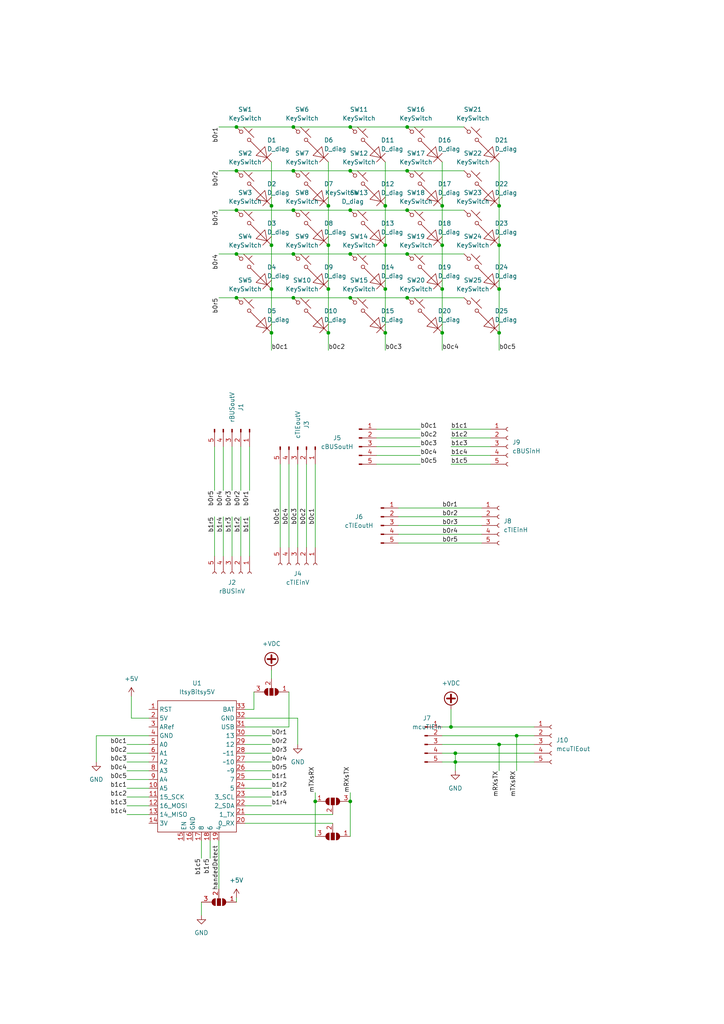
<source format=kicad_sch>
(kicad_sch (version 20211123) (generator eeschema)
  (paper "A4" portrait)
  (title_block (title "AAAAAAAAAAAAAAAAAAAAAAAAAaaaAAA") (comment 3 "Mech Fastenings") (comment 4 "TODO"))
  (lib_symbols
    (symbol "Connector:Conn_01x05_Female" (pin_names (offset 1.016) hide)
      (property "Reference" "J" (at 0 7.62 0))
      (property "Value" "Conn_01x05_Female" (at 0 -7.62 0))
      (symbol "Conn_01x05_Female_1_1"
        (arc (start 0 -4.572) (mid -0.508 -5.08) (end 0 -5.588) (stroke (width 0.1524)))
        (arc (start 0 -2.032) (mid -0.508 -2.54) (end 0 -3.048) (stroke (width 0.1524)))
        (polyline (pts (xy -1.27 -5.08) (xy -0.508 -5.08)) (stroke (width 0.1524)))
        (polyline (pts (xy -1.27 -2.54) (xy -0.508 -2.54)) (stroke (width 0.1524)))
        (polyline (pts (xy -1.27 0) (xy -0.508 0)) (stroke (width 0.1524)))
        (polyline (pts (xy -1.27 2.54) (xy -0.508 2.54)) (stroke (width 0.1524)))
        (polyline (pts (xy -1.27 5.08) (xy -0.508 5.08)) (stroke (width 0.1524)))
        (arc (start 0 0.508) (mid -0.508 0) (end 0 -0.508) (stroke (width 0.1524)))
        (arc (start 0 3.048) (mid -0.508 2.54) (end 0 2.032) (stroke (width 0.1524)))
        (arc (start 0 5.588) (mid -0.508 5.08) (end 0 4.572) (stroke (width 0.1524)))
        (pin passive line (at -5.08 5.08 0) (length 3.81) (name "Pin_1") (number "1"))
        (pin passive line (at -5.08 2.54 0) (length 3.81) (name "Pin_2") (number "2"))
        (pin passive line (at -5.08 0 0) (length 3.81) (name "Pin_3") (number "3"))
        (pin passive line (at -5.08 -2.54 0) (length 3.81) (name "Pin_4") (number "4"))
        (pin passive line (at -5.08 -5.08 0) (length 3.81) (name "Pin_5") (number "5"))
      )
    )
    (symbol "Connector:Conn_01x05_Male" (pin_names (offset 1.016) hide)
      (property "Reference" "J" (at 0 7.62 0))
      (property "Value" "Conn_01x05_Male" (at 0 -7.62 0))
      (symbol "Conn_01x05_Male_1_1"
        (polyline (pts (xy 1.27 -5.08) (xy 0.8636 -5.08)) (stroke (width 0.1524)))
        (polyline (pts (xy 1.27 -2.54) (xy 0.8636 -2.54)) (stroke (width 0.1524)))
        (polyline (pts (xy 1.27 0) (xy 0.8636 0)) (stroke (width 0.1524)))
        (polyline (pts (xy 1.27 2.54) (xy 0.8636 2.54)) (stroke (width 0.1524)))
        (polyline (pts (xy 1.27 5.08) (xy 0.8636 5.08)) (stroke (width 0.1524)))
        (rectangle (start 0.8636 -4.953) (end 0 -5.207) (stroke (width 0.1524)) (fill (type outline)))
        (rectangle (start 0.8636 -2.413) (end 0 -2.667) (stroke (width 0.1524)) (fill (type outline)))
        (rectangle (start 0.8636 0.127) (end 0 -0.127) (stroke (width 0.1524)) (fill (type outline)))
        (rectangle (start 0.8636 2.667) (end 0 2.413) (stroke (width 0.1524)) (fill (type outline)))
        (rectangle (start 0.8636 5.207) (end 0 4.953) (stroke (width 0.1524)) (fill (type outline)))
        (pin passive line (at 5.08 5.08 180) (length 3.81) (name "Pin_1") (number "1"))
        (pin passive line (at 5.08 2.54 180) (length 3.81) (name "Pin_2") (number "2"))
        (pin passive line (at 5.08 0 180) (length 3.81) (name "Pin_3") (number "3"))
        (pin passive line (at 5.08 -2.54 180) (length 3.81) (name "Pin_4") (number "4"))
        (pin passive line (at 5.08 -5.08 180) (length 3.81) (name "Pin_5") (number "5"))
      )
    )
    (symbol "Jumper:SolderJumper_3_Open" (pin_names (offset 0) hide)
      (property "Reference" "JP" (at -2.54 -2.54 0))
      (property "Value" "SolderJumper_3_Open" (at 0 2.794 0))
      (symbol "SolderJumper_3_Open_0_1"
        (arc (start -1.016 1.016) (mid -2.032 0) (end -1.016 -1.016))
        (arc (start -1.016 1.016) (mid -2.032 0) (end -1.016 -1.016) (fill (type outline)))
        (rectangle (start -0.508 1.016) (end 0.508 -1.016) (fill (type outline)))
        (polyline (pts (xy -2.54 0) (xy -2.032 0)))
        (polyline (pts (xy -1.016 1.016) (xy -1.016 -1.016)))
        (polyline (pts (xy 0 -1.27) (xy 0 -1.016)))
        (polyline (pts (xy 1.016 1.016) (xy 1.016 -1.016)))
        (polyline (pts (xy 2.54 0) (xy 2.032 0)))
        (arc (start 1.016 -1.016) (mid 2.032 0) (end 1.016 1.016))
        (arc (start 1.016 -1.016) (mid 2.032 0) (end 1.016 1.016) (fill (type outline)))
      )
      (symbol "SolderJumper_3_Open_1_1"
        (pin passive line (at -5.08 0 0) (length 2.54) (name "A") (number "1"))
        (pin passive line (at 0 -3.81 90) (length 2.54) (name "C") (number "2"))
        (pin passive line (at 5.08 0 180) (length 2.54) (name "B") (number "3"))
      )
    )
    (symbol "ProjectLibrary:D_diag"
      (property "Reference" "D" (at 5.08 0.635 0))
      (property "Value" "D_diag" (at 7.62 -1.27 0))
      (symbol "D_diag_0_1"
        (polyline (pts (xy 0 0) (xy 5.08 -5.08)))
        (polyline (pts (xy 2.54 -5.08) (xy 5.08 -2.54)))
        (polyline (pts (xy 3.175 -0.635) (xy 0.635 -3.175)))
        (polyline (pts (xy 3.175 -0.635) (xy 3.81 -3.81)))
        (polyline (pts (xy 3.81 -3.81) (xy 0.635 -3.175)))
      )
      (symbol "D_diag_1_1"
        (pin input line (at 0 0 180) (length 2.45) hide (name "") (number "1"))
        (pin output line (at 5.08 -5.08 0) (length 2.45) hide (name "") (number "2"))
      )
    )
    (symbol "ProjectLibrary:ItsyBitsy5V"
      (property "Reference" "U" (at 7.62 -2.54 0))
      (property "Value" "ItsyBitsy5V" (at 7.62 -20.32 90))
      (symbol "ItsyBitsy5V_0_1"
        (rectangle (start 0 0) (end 22.86 -38.1))
      )
      (symbol "ItsyBitsy5V_1_1"
        (pin bidirectional line (at -2.54 -2.54 0) (length 2.54) (name "RST") (number "1"))
        (pin bidirectional line (at -2.54 -25.4 0) (length 2.54) (name "A5") (number "10"))
        (pin bidirectional line (at -2.54 -27.94 0) (length 2.54) (name "15_SCK") (number "11"))
        (pin bidirectional line (at -2.54 -30.48 0) (length 2.54) (name "16_MOSI") (number "12"))
        (pin bidirectional line (at -2.54 -33.02 0) (length 2.54) (name "14_MISO") (number "13"))
        (pin power_out line (at -2.54 -35.56 0) (length 2.54) (name "3V") (number "14"))
        (pin input line (at 7.62 -40.64 90) (length 2.54) (name "EN") (number "15"))
        (pin power_out line (at 10.16 -40.64 90) (length 2.54) (name "GND") (number "16"))
        (pin bidirectional line (at 12.7 -40.64 90) (length 2.54) (name "8") (number "17"))
        (pin bidirectional line (at 15.24 -40.64 90) (length 2.54) (name "6") (number "18"))
        (pin bidirectional line (at 17.78 -40.64 90) (length 2.54) (name "4") (number "19"))
        (pin power_out line (at -2.54 -5.08 0) (length 2.54) (name "5V") (number "2"))
        (pin bidirectional line (at 25.4 -35.56 180) (length 2.54) (name "0_RX") (number "20"))
        (pin bidirectional line (at 25.4 -33.02 180) (length 2.54) (name "1_TX") (number "21"))
        (pin bidirectional line (at 25.4 -30.48 180) (length 2.54) (name "2_SDA") (number "22"))
        (pin bidirectional line (at 25.4 -27.94 180) (length 2.54) (name "3_SCL") (number "23"))
        (pin bidirectional line (at 25.4 -25.4 180) (length 2.54) (name "5") (number "24"))
        (pin bidirectional line (at 25.4 -22.86 180) (length 2.54) (name "7") (number "25"))
        (pin bidirectional line (at 25.4 -20.32 180) (length 2.54) (name "~9") (number "26"))
        (pin bidirectional line (at 25.4 -17.78 180) (length 2.54) (name "~10") (number "27"))
        (pin bidirectional line (at 25.4 -15.24 180) (length 2.54) (name "~11") (number "28"))
        (pin bidirectional line (at 25.4 -12.7 180) (length 2.54) (name "12") (number "29"))
        (pin output line (at -2.54 -7.62 0) (length 2.54) (name "ARef") (number "3"))
        (pin bidirectional line (at 25.4 -10.16 180) (length 2.54) (name "13") (number "30"))
        (pin power_out line (at 25.4 -7.62 180) (length 2.54) (name "USB") (number "31"))
        (pin power_out line (at 25.4 -5.08 180) (length 2.54) (name "GND") (number "32"))
        (pin power_in line (at 25.4 -2.54 180) (length 2.54) (name "BAT") (number "33"))
        (pin power_out line (at -2.54 -10.16 0) (length 2.54) (name "GND") (number "4"))
        (pin bidirectional line (at -2.54 -12.7 0) (length 2.54) (name "A0") (number "5"))
        (pin bidirectional line (at -2.54 -15.24 0) (length 2.54) (name "A1") (number "6"))
        (pin bidirectional line (at -2.54 -17.78 0) (length 2.54) (name "A2") (number "7"))
        (pin bidirectional line (at -2.54 -20.32 0) (length 2.54) (name "A3") (number "8"))
        (pin bidirectional line (at -2.54 -22.86 0) (length 2.54) (name "A4") (number "9"))
      )
    )
    (symbol "Switch:SW_Push_45deg" (pin_numbers hide) (pin_names (offset 1.016) hide)
      (property "Reference" "SW" (at 3.048 1.016 0))
      (property "Value" "SW_Push_45deg" (at 0 -3.81 0))
      (symbol "SW_Push_45deg_0_1"
        (circle (center -1.1684 1.1684) (radius 0.508))
        (polyline (pts (xy -0.508 2.54) (xy 2.54 -0.508)))
        (polyline (pts (xy 1.016 1.016) (xy 2.032 2.032)))
        (polyline (pts (xy -2.54 2.54) (xy -1.524 1.524) (xy -1.524 1.524)))
        (polyline (pts (xy 1.524 -1.524) (xy 2.54 -2.54) (xy 2.54 -2.54) (xy 2.54 -2.54)))
        (circle (center 1.143 -1.1938) (radius 0.508))
        (pin passive line (at -2.54 2.54 0) (length 0) (name "1") (number "1"))
        (pin passive line (at 2.54 -2.54 180) (length 0) (name "2") (number "2"))
      )
    )
    (symbol "power:+5V" (power) (pin_names (offset 0))
      (property "Value" "+5V" (at 0 3.556 0))
      (symbol "+5V_0_1"
        (polyline (pts (xy -0.762 1.27) (xy 0 2.54)))
        (polyline (pts (xy 0 0) (xy 0 2.54)))
        (polyline (pts (xy 0 2.54) (xy 0.762 1.27)))
      )
      (symbol "+5V_1_1"
        (pin power_in line (at 0 0 90) (length 0) hide (name "+5V") (number "1"))
      )
    )
    (symbol "power:+VDC" (power) (pin_names (offset 0))
      (property "Value" "+VDC" (at 0 6.35 0))
      (symbol "+VDC_0_1"
        (polyline (pts (xy -1.143 3.175) (xy 1.143 3.175)) (stroke (width 0.508)))
        (polyline (pts (xy 0 0) (xy 0 1.27)))
        (polyline (pts (xy 0 2.032) (xy 0 4.318)) (stroke (width 0.508)))
        (circle (center 0 3.175) (radius 1.905) (stroke (width 0.254)))
      )
      (symbol "+VDC_1_1"
        (pin power_in line (at 0 0 90) (length 0) hide (name "+VDC") (number "1"))
      )
    )
    (symbol "power:GND" (power) (pin_names (offset 0))
      (property "Value" "GND" (at 0 -3.81 0))
      (symbol "GND_0_1"
        (polyline (pts (xy 0 0) (xy 0 -1.27) (xy 1.27 -1.27) (xy 0 -2.54) (xy -1.27 -1.27) (xy 0 -1.27)))
      )
      (symbol "GND_1_1"
        (pin power_in line (at 0 0 270) (length 0) hide (name "GND") (number "1"))
      )
    )
  )
  (junction (at 78.74 83.82))
  (junction (at 68.58 49.53))
  (junction (at 144.78 215.9))
  (junction (at 68.58 86.36))
  (junction (at 101.6 36.83))
  (junction (at 118.11 49.53))
  (junction (at 144.78 59.69))
  (junction (at 95.25 59.69))
  (junction (at 78.74 96.52))
  (junction (at 85.09 73.66))
  (junction (at 78.74 59.69))
  (junction (at 132.08 220.98))
  (junction (at 85.09 49.53))
  (junction (at 68.58 36.83))
  (junction (at 68.58 60.96))
  (junction (at 101.6 60.96))
  (junction (at 132.08 218.44))
  (junction (at 78.74 71.12))
  (junction (at 111.76 83.82))
  (junction (at 111.76 59.69))
  (junction (at 91.44 232.41))
  (junction (at 118.11 36.83))
  (junction (at 111.76 96.52))
  (junction (at 118.11 86.36))
  (junction (at 130.81 210.82))
  (junction (at 128.27 71.12))
  (junction (at 144.78 83.82))
  (junction (at 101.6 73.66))
  (junction (at 118.11 73.66))
  (junction (at 144.78 96.52))
  (junction (at 149.86 213.36))
  (junction (at 101.6 49.53))
  (junction (at 95.25 96.52))
  (junction (at 101.6 232.41))
  (junction (at 85.09 60.96))
  (junction (at 128.27 96.52))
  (junction (at 85.09 86.36))
  (junction (at 128.27 59.69))
  (junction (at 85.09 36.83))
  (junction (at 144.78 71.12))
  (junction (at 111.76 71.12))
  (junction (at 128.27 83.82))
  (junction (at 68.58 73.66))
  (junction (at 118.11 60.96))
  (junction (at 95.25 71.12))
  (junction (at 101.6 86.36))
  (junction (at 95.25 83.82))
  (wire (pts (xy 144.78 215.9) (xy 144.78 223.52)))
  (wire (pts (xy 128.27 59.69) (xy 128.27 71.12)))
  (wire (pts (xy 86.36 208.28) (xy 71.12 208.28)))
  (wire (pts (xy 58.42 265.43) (xy 58.42 261.62)))
  (wire (pts (xy 64.77 129.54) (xy 64.77 142.24)))
  (wire (pts (xy 78.74 213.36) (xy 71.12 213.36)))
  (wire (pts (xy 78.74 223.52) (xy 71.12 223.52)))
  (wire (pts (xy 128.27 213.36) (xy 149.86 213.36)))
  (wire (pts (xy 71.12 236.22) (xy 96.52 236.22)))
  (wire (pts (xy 115.57 154.94) (xy 139.7 154.94)))
  (wire (pts (xy 72.39 129.54) (xy 72.39 142.24)))
  (wire (pts (xy 111.76 71.12) (xy 111.76 83.82)))
  (wire (pts (xy 144.78 46.99) (xy 144.78 59.69)))
  (wire (pts (xy 78.74 220.98) (xy 71.12 220.98)))
  (wire (pts (xy 62.23 149.86) (xy 62.23 161.29)))
  (wire (pts (xy 111.76 46.99) (xy 111.76 59.69)))
  (wire (pts (xy 43.18 213.36) (xy 27.94 213.36)))
  (wire (pts (xy 69.85 129.54) (xy 69.85 142.24)))
  (wire (pts (xy 43.18 208.28) (xy 38.1 208.28)))
  (wire (pts (xy 130.81 132.08) (xy 142.24 132.08)))
  (wire (pts (xy 101.6 36.83) (xy 118.11 36.83)))
  (wire (pts (xy 128.27 218.44) (xy 132.08 218.44)))
  (wire (pts (xy 68.58 49.53) (xy 85.09 49.53)))
  (wire (pts (xy 63.5 60.96) (xy 68.58 60.96)))
  (wire (pts (xy 88.9 134.62) (xy 88.9 158.75)))
  (wire (pts (xy 130.81 129.54) (xy 142.24 129.54)))
  (wire (pts (xy 132.08 218.44) (xy 154.94 218.44)))
  (wire (pts (xy 118.11 60.96) (xy 134.62 60.96)))
  (wire (pts (xy 101.6 73.66) (xy 118.11 73.66)))
  (wire (pts (xy 63.5 86.36) (xy 68.58 86.36)))
  (wire (pts (xy 60.96 243.84) (xy 60.96 248.92)))
  (wire (pts (xy 68.58 60.96) (xy 85.09 60.96)))
  (wire (pts (xy 67.31 129.54) (xy 67.31 142.24)))
  (wire (pts (xy 109.22 132.08) (xy 121.92 132.08)))
  (wire (pts (xy 91.44 134.62) (xy 91.44 158.75)))
  (wire (pts (xy 78.74 71.12) (xy 78.74 83.82)))
  (wire (pts (xy 27.94 213.36) (xy 27.94 220.98)))
  (wire (pts (xy 63.5 36.83) (xy 68.58 36.83)))
  (wire (pts (xy 144.78 96.52) (xy 144.78 101.6)))
  (wire (pts (xy 85.09 86.36) (xy 101.6 86.36)))
  (wire (pts (xy 86.36 134.62) (xy 86.36 158.75)))
  (wire (pts (xy 72.39 149.86) (xy 72.39 161.29)))
  (wire (pts (xy 36.83 220.98) (xy 43.18 220.98)))
  (wire (pts (xy 38.1 201.93) (xy 38.1 208.28)))
  (wire (pts (xy 128.27 71.12) (xy 128.27 83.82)))
  (wire (pts (xy 128.27 220.98) (xy 132.08 220.98)))
  (wire (pts (xy 36.83 215.9) (xy 43.18 215.9)))
  (wire (pts (xy 78.74 228.6) (xy 71.12 228.6)))
  (wire (pts (xy 78.74 194.31) (xy 78.74 196.85)))
  (wire (pts (xy 91.44 229.87) (xy 91.44 232.41)))
  (wire (pts (xy 130.81 134.62) (xy 142.24 134.62)))
  (wire (pts (xy 115.57 152.4) (xy 139.7 152.4)))
  (wire (pts (xy 101.6 86.36) (xy 118.11 86.36)))
  (wire (pts (xy 78.74 46.99) (xy 78.74 59.69)))
  (wire (pts (xy 109.22 129.54) (xy 121.92 129.54)))
  (wire (pts (xy 95.25 96.52) (xy 95.25 101.6)))
  (wire (pts (xy 115.57 147.32) (xy 139.7 147.32)))
  (wire (pts (xy 91.44 232.41) (xy 91.44 242.57)))
  (wire (pts (xy 111.76 96.52) (xy 111.76 101.6)))
  (wire (pts (xy 36.83 233.68) (xy 43.18 233.68)))
  (wire (pts (xy 83.82 134.62) (xy 83.82 158.75)))
  (wire (pts (xy 36.83 223.52) (xy 43.18 223.52)))
  (wire (pts (xy 81.28 134.62) (xy 81.28 158.75)))
  (wire (pts (xy 62.23 129.54) (xy 62.23 142.24)))
  (wire (pts (xy 130.81 210.82) (xy 154.94 210.82)))
  (wire (pts (xy 144.78 71.12) (xy 144.78 83.82)))
  (wire (pts (xy 118.11 86.36) (xy 134.62 86.36)))
  (wire (pts (xy 36.83 218.44) (xy 43.18 218.44)))
  (wire (pts (xy 78.74 233.68) (xy 71.12 233.68)))
  (wire (pts (xy 101.6 49.53) (xy 118.11 49.53)))
  (wire (pts (xy 63.5 73.66) (xy 68.58 73.66)))
  (wire (pts (xy 63.5 243.84) (xy 63.5 257.81)))
  (wire (pts (xy 71.12 205.74) (xy 73.66 205.74)))
  (wire (pts (xy 64.77 149.86) (xy 64.77 161.29)))
  (wire (pts (xy 109.22 127) (xy 121.92 127)))
  (wire (pts (xy 71.12 238.76) (xy 96.52 238.76)))
  (wire (pts (xy 67.31 149.86) (xy 67.31 161.29)))
  (wire (pts (xy 130.81 205.74) (xy 130.81 210.82)))
  (wire (pts (xy 128.27 215.9) (xy 144.78 215.9)))
  (wire (pts (xy 78.74 226.06) (xy 71.12 226.06)))
  (wire (pts (xy 144.78 83.82) (xy 144.78 96.52)))
  (wire (pts (xy 78.74 231.14) (xy 71.12 231.14)))
  (wire (pts (xy 118.11 49.53) (xy 134.62 49.53)))
  (wire (pts (xy 85.09 60.96) (xy 101.6 60.96)))
  (wire (pts (xy 128.27 46.99) (xy 128.27 59.69)))
  (wire (pts (xy 132.08 218.44) (xy 132.08 220.98)))
  (wire (pts (xy 36.83 228.6) (xy 43.18 228.6)))
  (wire (pts (xy 128.27 96.52) (xy 128.27 101.6)))
  (wire (pts (xy 115.57 149.86) (xy 139.7 149.86)))
  (wire (pts (xy 78.74 83.82) (xy 78.74 96.52)))
  (wire (pts (xy 69.85 149.86) (xy 69.85 161.29)))
  (wire (pts (xy 78.74 215.9) (xy 71.12 215.9)))
  (wire (pts (xy 86.36 208.28) (xy 86.36 215.9)))
  (wire (pts (xy 36.83 236.22) (xy 43.18 236.22)))
  (wire (pts (xy 149.86 213.36) (xy 154.94 213.36)))
  (wire (pts (xy 68.58 73.66) (xy 85.09 73.66)))
  (wire (pts (xy 36.83 231.14) (xy 43.18 231.14)))
  (wire (pts (xy 132.08 220.98) (xy 132.08 223.52)))
  (wire (pts (xy 115.57 157.48) (xy 139.7 157.48)))
  (wire (pts (xy 85.09 36.83) (xy 101.6 36.83)))
  (wire (pts (xy 68.58 260.35) (xy 68.58 261.62)))
  (wire (pts (xy 101.6 232.41) (xy 101.6 242.57)))
  (wire (pts (xy 63.5 49.53) (xy 68.58 49.53)))
  (wire (pts (xy 78.74 59.69) (xy 78.74 71.12)))
  (wire (pts (xy 109.22 124.46) (xy 121.92 124.46)))
  (wire (pts (xy 68.58 36.83) (xy 85.09 36.83)))
  (wire (pts (xy 101.6 60.96) (xy 118.11 60.96)))
  (wire (pts (xy 71.12 210.82) (xy 83.82 210.82)))
  (wire (pts (xy 95.25 83.82) (xy 95.25 96.52)))
  (wire (pts (xy 73.66 200.66) (xy 73.66 205.74)))
  (wire (pts (xy 111.76 83.82) (xy 111.76 96.52)))
  (wire (pts (xy 36.83 226.06) (xy 43.18 226.06)))
  (wire (pts (xy 78.74 96.52) (xy 78.74 101.6)))
  (wire (pts (xy 111.76 59.69) (xy 111.76 71.12)))
  (wire (pts (xy 144.78 59.69) (xy 144.78 71.12)))
  (wire (pts (xy 68.58 86.36) (xy 85.09 86.36)))
  (wire (pts (xy 128.27 210.82) (xy 130.81 210.82)))
  (wire (pts (xy 130.81 124.46) (xy 142.24 124.46)))
  (wire (pts (xy 78.74 218.44) (xy 71.12 218.44)))
  (wire (pts (xy 130.81 127) (xy 142.24 127)))
  (wire (pts (xy 132.08 220.98) (xy 154.94 220.98)))
  (wire (pts (xy 95.25 59.69) (xy 95.25 71.12)))
  (wire (pts (xy 109.22 134.62) (xy 121.92 134.62)))
  (wire (pts (xy 144.78 215.9) (xy 154.94 215.9)))
  (wire (pts (xy 149.86 213.36) (xy 149.86 223.52)))
  (wire (pts (xy 128.27 83.82) (xy 128.27 96.52)))
  (wire (pts (xy 118.11 36.83) (xy 134.62 36.83)))
  (wire (pts (xy 101.6 229.87) (xy 101.6 232.41)))
  (wire (pts (xy 85.09 49.53) (xy 101.6 49.53)))
  (wire (pts (xy 58.42 248.92) (xy 58.42 243.84)))
  (wire (pts (xy 85.09 73.66) (xy 101.6 73.66)))
  (wire (pts (xy 118.11 73.66) (xy 134.62 73.66)))
  (wire (pts (xy 95.25 71.12) (xy 95.25 83.82)))
  (wire (pts (xy 83.82 200.66) (xy 83.82 210.82)))
  (wire (pts (xy 95.25 46.99) (xy 95.25 59.69)))
  (label "b0c1" (at 121.92 124.46 0))
  (label "b0c2" (at 88.9 147.32 270))
  (label "b0c2" (at 121.92 127 0))
  (label "b0r1" (at 63.5 36.83 270))
  (label "b0c5" (at 144.78 101.6 0))
  (label "mTXsRX" (at 91.44 229.87 90))
  (label "b1c5" (at 130.81 134.62 0))
  (label "mTXsRX" (at 149.86 223.52 270))
  (label "b0r3" (at 78.74 218.44 0))
  (label "b1r5" (at 60.96 248.92 270))
  (label "b0r1" (at 72.39 142.24 270))
  (label "b0c4" (at 128.27 101.6 0))
  (label "b1c1" (at 130.81 124.46 0))
  (label "b1c4" (at 130.81 132.08 0))
  (label "b0r5" (at 63.5 86.36 270))
  (label "b0c5" (at 36.83 226.06 180))
  (label "b1r4" (at 64.77 149.86 270))
  (label "b1c5" (at 58.42 248.92 270))
  (label "mRXsTX" (at 144.78 223.52 270))
  (label "b0c3" (at 111.76 101.6 0))
  (label "b0r2" (at 69.85 142.24 270))
  (label "b0r3" (at 63.5 60.96 270))
  (label "b0c2" (at 95.25 101.6 0))
  (label "b1c4" (at 36.83 236.22 180))
  (label "b0r2" (at 63.5 49.53 270))
  (label "b0c3" (at 121.92 129.54 0))
  (label "b1r3" (at 67.31 149.86 270))
  (label "b0c2" (at 36.83 218.44 180))
  (label "b0c1" (at 78.74 101.6 0))
  (label "b1r2" (at 78.74 228.6 0))
  (label "b1r5" (at 62.23 149.86 270))
  (label "b0r3" (at 67.31 142.24 270))
  (label "b1r3" (at 78.74 231.14 0))
  (label "b0r4" (at 64.77 142.24 270))
  (label "b1r1" (at 78.74 226.06 0))
  (label "b0r4" (at 128.27 154.94 0))
  (label "b0r3" (at 128.27 152.4 0))
  (label "b1c1" (at 36.83 228.6 180))
  (label "b1r4" (at 78.74 233.68 0))
  (label "b1r1" (at 72.39 149.86 270))
  (label "b0c5" (at 121.92 134.62 0))
  (label "mRXsTX" (at 101.6 229.87 90))
  (label "b1r2" (at 69.85 149.86 270))
  (label "b0r2" (at 78.74 215.9 0))
  (label "b1c3" (at 130.81 129.54 0))
  (label "b0c4" (at 121.92 132.08 0))
  (label "handedDetect" (at 63.5 245.11 270))
  (label "b0r1" (at 128.27 147.32 0))
  (label "b0r5" (at 62.23 142.24 270))
  (label "b0r5" (at 78.74 223.52 0))
  (label "b0c1" (at 91.44 147.32 270))
  (label "b0c4" (at 36.83 223.52 180))
  (label "b1c2" (at 36.83 231.14 180))
  (label "b0r1" (at 78.74 213.36 0))
  (label "b0r5" (at 128.27 157.48 0))
  (label "b1c2" (at 130.81 127 0))
  (label "b0c4" (at 83.82 147.32 270))
  (label "b0c1" (at 36.83 215.9 180))
  (label "b1c3" (at 36.83 233.68 180))
  (label "b0r4" (at 78.74 220.98 0))
  (label "b0r2" (at 128.27 149.86 0))
  (label "b0r4" (at 63.5 73.66 270))
  (label "b0c5" (at 81.28 147.32 270))
  (label "b0c3" (at 36.83 220.98 180))
  (label "b0c3" (at 86.36 147.32 270))
  (symbol (lib_id "Connector:Conn_01x05_Male") (at 86.36 129.54 270) (unit 1)
    (property "Reference" "J3" (at 88.9 123.19 0))
    (property "Value" "cTIEoutV" (at 86.36 123.19 0))
    (property "Footprint" "ProjectLibrary:DumbEdgeConnectorHorizontal" (effects hide))
  )
  (symbol (lib_id "ProjectLibrary:D_diag") (at 139.7 91.44 0) (unit 1)
    (property "Reference" "D25" (at 143.51 90.17 0) (effects (justify left)))
    (property "Value" "D_diag" (at 143.51 92.71 0) (effects (justify left)))
    (property "Footprint" "ProjectLibrary:D_SOD-123_NoSilk" (effects hide))
  )
  (symbol (lib_id "Jumper:SolderJumper_3_Open") (at 96.52 232.41 0) (unit 1)
    (property "Reference" "JP3" (effects hide))
    (property "Value" "SolderJumper_3_Open" (effects hide))
    (property "Footprint" "Jumper:SolderJumper-3_P1.3mm_Open_RoundedPad1.0x1.5mm" (effects hide))
  )
  (symbol (lib_id "ProjectLibrary:D_diag") (at 123.19 54.61 0) (unit 1)
    (property "Reference" "D17" (at 127 53.34 0) (effects (justify left)))
    (property "Value" "D_diag" (at 127 55.88 0) (effects (justify left)))
    (property "Footprint" "ProjectLibrary:D_SOD-123_NoSilk" (effects hide))
  )
  (symbol (lib_id "Switch:SW_Push_45deg") (at 71.12 63.5 0) (unit 1)
    (property "Reference" "SW3" (at 71.12 55.88 0))
    (property "Value" "KeySwitch" (at 71.12 58.42 0))
    (property "Footprint" "ProjectLibrary:GateronLowProfileKeyswitch" (effects hide))
  )
  (symbol (lib_id "Switch:SW_Push_45deg") (at 87.63 76.2 0) (unit 1)
    (property "Reference" "SW9" (at 87.63 68.58 0))
    (property "Value" "KeySwitch" (at 87.63 71.12 0))
    (property "Footprint" "ProjectLibrary:GateronLowProfileKeyswitch" (effects hide))
  )
  (symbol (lib_id "ProjectLibrary:D_diag") (at 90.17 66.04 0) (unit 1)
    (property "Reference" "D8" (at 93.98 64.77 0) (effects (justify left)))
    (property "Value" "D_diag" (at 93.98 67.31 0) (effects (justify left)))
    (property "Footprint" "ProjectLibrary:D_SOD-123_NoSilk" (effects hide))
  )
  (symbol (lib_id "ProjectLibrary:D_diag") (at 139.7 54.61 0) (unit 1)
    (property "Reference" "D22" (at 143.51 53.34 0) (effects (justify left)))
    (property "Value" "D_diag" (at 143.51 55.88 0) (effects (justify left)))
    (property "Footprint" "ProjectLibrary:D_SOD-123_NoSilk" (effects hide))
  )
  (symbol (lib_id "Switch:SW_Push_45deg") (at 87.63 88.9 0) (unit 1)
    (property "Reference" "SW10" (at 87.63 81.28 0))
    (property "Value" "KeySwitch" (at 87.63 83.82 0))
    (property "Footprint" "ProjectLibrary:GateronLowProfileKeyswitch" (effects hide))
  )
  (symbol (lib_id "Connector:Conn_01x05_Male") (at 67.31 124.46 270) (unit 1)
    (property "Reference" "J1" (at 69.85 118.11 0))
    (property "Value" "rBUSoutV" (at 67.31 118.11 0))
    (property "Footprint" "ProjectLibrary:DumbEdgeConnectorHorizontal" (effects hide))
  )
  (symbol (lib_id "Switch:SW_Push_45deg") (at 71.12 39.37 0) (unit 1)
    (property "Reference" "SW1" (at 71.12 31.75 0))
    (property "Value" "KeySwitch" (at 71.12 34.29 0))
    (property "Footprint" "ProjectLibrary:GateronLowProfileKeyswitch" (effects hide))
  )
  (symbol (lib_id "Switch:SW_Push_45deg") (at 120.65 52.07 0) (unit 1)
    (property "Reference" "SW17" (at 120.65 44.45 0))
    (property "Value" "KeySwitch" (at 120.65 46.99 0))
    (property "Footprint" "ProjectLibrary:GateronLowProfileKeyswitch" (effects hide))
  )
  (symbol (lib_id "Jumper:SolderJumper_3_Open") (at 63.5 261.62 180) (unit 1)
    (property "Reference" "JP1" (effects hide))
    (property "Value" "SolderJumper_3_Open" (effects hide))
    (property "Footprint" "Jumper:SolderJumper-3_P1.3mm_Open_RoundedPad1.0x1.5mm" (effects hide))
  )
  (symbol (lib_id "ProjectLibrary:D_diag") (at 106.68 66.04 0) (unit 1)
    (property "Reference" "D13" (at 110.49 64.77 0) (effects (justify left)))
    (property "Value" "D_diag" (at 110.49 67.31 0) (effects (justify left)))
    (property "Footprint" "ProjectLibrary:D_SOD-123_NoSilk" (effects hide))
  )
  (symbol (lib_id "power:GND") (at 86.36 215.9 0) (unit 1)
    (property "Reference" "#PWR0108" (effects hide))
    (property "Value" "GND" (at 86.36 220.98 0))
  )
  (symbol (lib_id "Jumper:SolderJumper_3_Open") (at 96.52 242.57 180) (unit 1)
    (property "Reference" "JP4" (effects hide))
    (property "Value" "SolderJumper_3_Open" (effects hide))
    (property "Footprint" "Jumper:SolderJumper-3_P1.3mm_Open_RoundedPad1.0x1.5mm" (effects hide))
  )
  (symbol (lib_id "Connector:Conn_01x05_Female") (at 86.36 163.83 270) (unit 1)
    (property "Reference" "J4" (at 86.36 166.37 90))
    (property "Value" "cTIEinV" (at 86.36 168.91 90))
    (property "Footprint" "ProjectLibrary:DumbEdgeConnectorHorizontal" (effects hide))
  )
  (symbol (lib_id "power:GND") (at 27.94 220.98 0) (unit 1)
    (property "Reference" "#PWR0105" (effects hide))
    (property "Value" "GND" (at 27.94 226.06 0))
  )
  (symbol (lib_id "ProjectLibrary:D_diag") (at 106.68 41.91 0) (unit 1)
    (property "Reference" "D11" (at 110.49 40.64 0) (effects (justify left)))
    (property "Value" "D_diag" (at 110.49 43.18 0) (effects (justify left)))
    (property "Footprint" "ProjectLibrary:D_SOD-123_NoSilk" (effects hide))
  )
  (symbol (lib_id "Connector:Conn_01x05_Male") (at 104.14 129.54 0) (unit 1)
    (property "Reference" "J5" (at 97.79 127 0))
    (property "Value" "cBUSoutH" (at 97.79 129.54 0))
    (property "Footprint" "ProjectLibrary:DumbEdgeConnectorVertical" (effects hide))
  )
  (symbol (lib_id "Switch:SW_Push_45deg") (at 120.65 88.9 0) (unit 1)
    (property "Reference" "SW20" (at 120.65 81.28 0))
    (property "Value" "KeySwitch" (at 120.65 83.82 0))
    (property "Footprint" "ProjectLibrary:GateronLowProfileKeyswitch" (effects hide))
  )
  (symbol (lib_id "Switch:SW_Push_45deg") (at 104.14 63.5 0) (unit 1)
    (property "Reference" "SW13" (at 104.14 55.88 0))
    (property "Value" "KeySwitch" (at 99.06 55.8801 0))
    (property "Footprint" "ProjectLibrary:GateronLowProfileKeyswitch" (effects hide))
  )
  (symbol (lib_id "ProjectLibrary:D_diag") (at 73.66 91.44 0) (unit 1)
    (property "Reference" "D5" (at 77.47 90.17 0) (effects (justify left)))
    (property "Value" "D_diag" (at 77.47 92.71 0) (effects (justify left)))
    (property "Footprint" "ProjectLibrary:D_SOD-123_NoSilk" (effects hide))
  )
  (symbol (lib_id "ProjectLibrary:ItsyBitsy5V") (at 45.72 203.2 0) (unit 1)
    (property "Reference" "U1" (at 57.15 198.12 0))
    (property "Value" "ItsyBitsy5V" (at 57.15 200.66 0))
    (property "Footprint" "ProjectLibrary:ItsyBitsy" (effects hide))
  )
  (symbol (lib_id "ProjectLibrary:D_diag") (at 90.17 91.44 0) (unit 1)
    (property "Reference" "D10" (at 93.98 90.17 0) (effects (justify left)))
    (property "Value" "D_diag" (at 93.98 92.71 0) (effects (justify left)))
    (property "Footprint" "ProjectLibrary:D_SOD-123_NoSilk" (effects hide))
  )
  (symbol (lib_id "ProjectLibrary:D_diag") (at 123.19 78.74 0) (unit 1)
    (property "Reference" "D19" (at 127 77.47 0) (effects (justify left)))
    (property "Value" "D_diag" (at 127 80.01 0) (effects (justify left)))
    (property "Footprint" "ProjectLibrary:D_SOD-123_NoSilk" (effects hide))
  )
  (symbol (lib_id "Connector:Conn_01x05_Male") (at 123.19 215.9 0) (unit 1)
    (property "Reference" "J7" (at 123.825 208.28 0))
    (property "Value" "mcuTIEin" (at 123.825 210.82 0))
    (property "Footprint" "ProjectLibrary:DumbEdgeConnectorVertical" (effects hide))
  )
  (symbol (lib_id "Connector:Conn_01x05_Male") (at 110.49 152.4 0) (unit 1)
    (property "Reference" "J6" (at 104.14 149.86 0))
    (property "Value" "cTIEoutH" (at 104.14 152.4 0))
    (property "Footprint" "ProjectLibrary:DumbEdgeConnectorVertical" (effects hide))
  )
  (symbol (lib_id "ProjectLibrary:D_diag") (at 90.17 41.91 0) (unit 1)
    (property "Reference" "D6" (at 93.98 40.64 0) (effects (justify left)))
    (property "Value" "D_diag" (at 93.98 43.18 0) (effects (justify left)))
    (property "Footprint" "ProjectLibrary:D_SOD-123_NoSilk" (effects hide))
  )
  (symbol (lib_id "Switch:SW_Push_45deg") (at 137.16 39.37 0) (unit 1)
    (property "Reference" "SW21" (at 137.16 31.75 0))
    (property "Value" "KeySwitch" (at 137.16 34.29 0))
    (property "Footprint" "ProjectLibrary:GateronLowProfileKeyswitch" (effects hide))
  )
  (symbol (lib_id "power:+5V") (at 68.58 260.35 0) (unit 1)
    (property "Reference" "#PWR0106" (effects hide))
    (property "Value" "+5V" (at 68.58 255.27 0))
  )
  (symbol (lib_id "Switch:SW_Push_45deg") (at 104.14 39.37 0) (unit 1)
    (property "Reference" "SW11" (at 104.14 31.75 0))
    (property "Value" "KeySwitch" (at 104.14 34.29 0))
    (property "Footprint" "ProjectLibrary:GateronLowProfileKeyswitch" (effects hide))
  )
  (symbol (lib_id "Switch:SW_Push_45deg") (at 137.16 76.2 0) (unit 1)
    (property "Reference" "SW24" (at 137.16 68.58 0))
    (property "Value" "KeySwitch" (at 137.16 71.12 0))
    (property "Footprint" "ProjectLibrary:GateronLowProfileKeyswitch" (effects hide))
  )
  (symbol (lib_id "Switch:SW_Push_45deg") (at 71.12 52.07 0) (unit 1)
    (property "Reference" "SW2" (at 71.12 44.45 0))
    (property "Value" "KeySwitch" (at 71.12 46.99 0))
    (property "Footprint" "ProjectLibrary:GateronLowProfileKeyswitch" (effects hide))
  )
  (symbol (lib_id "Connector:Conn_01x05_Female") (at 67.31 166.37 270) (unit 1)
    (property "Reference" "J2" (at 67.31 168.91 90))
    (property "Value" "rBUSinV" (at 67.31 171.45 90))
    (property "Footprint" "ProjectLibrary:DumbEdgeConnectorHorizontal" (effects hide))
  )
  (symbol (lib_id "ProjectLibrary:D_diag") (at 106.68 54.61 0) (unit 1)
    (property "Reference" "D12" (at 110.49 53.34 0) (effects (justify left)))
    (property "Value" "D_diag" (at 110.49 55.88 0) (effects (justify left)))
    (property "Footprint" "ProjectLibrary:D_SOD-123_NoSilk" (effects hide))
  )
  (symbol (lib_id "Switch:SW_Push_45deg") (at 87.63 39.37 0) (unit 1)
    (property "Reference" "SW6" (at 87.63 31.75 0))
    (property "Value" "KeySwitch" (at 87.63 34.29 0))
    (property "Footprint" "ProjectLibrary:GateronLowProfileKeyswitch" (effects hide))
  )
  (symbol (lib_id "Switch:SW_Push_45deg") (at 120.65 39.37 0) (unit 1)
    (property "Reference" "SW16" (at 120.65 31.75 0))
    (property "Value" "KeySwitch" (at 120.65 34.29 0))
    (property "Footprint" "ProjectLibrary:GateronLowProfileKeyswitch" (effects hide))
  )
  (symbol (lib_id "Switch:SW_Push_45deg") (at 71.12 76.2 0) (unit 1)
    (property "Reference" "SW4" (at 71.12 68.58 0))
    (property "Value" "KeySwitch" (at 71.12 71.12 0))
    (property "Footprint" "ProjectLibrary:GateronLowProfileKeyswitch" (effects hide))
  )
  (symbol (lib_id "ProjectLibrary:D_diag") (at 139.7 41.91 0) (unit 1)
    (property "Reference" "D21" (at 143.51 40.64 0) (effects (justify left)))
    (property "Value" "D_diag" (at 143.51 43.18 0) (effects (justify left)))
    (property "Footprint" "ProjectLibrary:D_SOD-123_NoSilk" (effects hide))
  )
  (symbol (lib_id "power:+VDC") (at 130.81 205.74 0) (unit 1)
    (property "Reference" "#PWR0101" (effects hide))
    (property "Value" "+VDC" (at 130.81 198.12 0))
  )
  (symbol (lib_id "Switch:SW_Push_45deg") (at 137.16 88.9 0) (unit 1)
    (property "Reference" "SW25" (at 137.16 81.28 0))
    (property "Value" "KeySwitch" (at 137.16 83.82 0))
    (property "Footprint" "ProjectLibrary:GateronLowProfileKeyswitch" (effects hide))
  )
  (symbol (lib_id "power:+VDC") (at 78.74 194.31 0) (unit 1)
    (property "Reference" "#PWR0103" (effects hide))
    (property "Value" "+VDC" (at 78.74 186.69 0))
  )
  (symbol (lib_id "Switch:SW_Push_45deg") (at 120.65 76.2 0) (unit 1)
    (property "Reference" "SW19" (at 120.65 68.58 0))
    (property "Value" "KeySwitch" (at 120.65 71.12 0))
    (property "Footprint" "ProjectLibrary:GateronLowProfileKeyswitch" (effects hide))
  )
  (symbol (lib_id "Switch:SW_Push_45deg") (at 137.16 52.07 0) (unit 1)
    (property "Reference" "SW22" (at 137.16 44.45 0))
    (property "Value" "KeySwitch" (at 137.16 46.99 0))
    (property "Footprint" "ProjectLibrary:GateronLowProfileKeyswitch" (effects hide))
  )
  (symbol (lib_id "Switch:SW_Push_45deg") (at 104.14 76.2 0) (unit 1)
    (property "Reference" "SW14" (at 104.14 68.58 0))
    (property "Value" "KeySwitch" (at 104.14 71.12 0))
    (property "Footprint" "ProjectLibrary:GateronLowProfileKeyswitch" (effects hide))
  )
  (symbol (lib_id "Connector:Conn_01x05_Female") (at 147.32 129.54 0) (unit 1)
    (property "Reference" "J9" (at 148.59 128.2699 0) (effects (justify left)))
    (property "Value" "cBUSinH" (at 148.59 130.8099 0) (effects (justify left)))
    (property "Footprint" "ProjectLibrary:DumbEdgeConnectorVertical" (effects hide))
  )
  (symbol (lib_id "Switch:SW_Push_45deg") (at 120.65 63.5 0) (unit 1)
    (property "Reference" "SW18" (at 120.65 55.88 0))
    (property "Value" "KeySwitch" (at 120.65 58.42 0))
    (property "Footprint" "ProjectLibrary:GateronLowProfileKeyswitch" (effects hide))
  )
  (symbol (lib_id "Switch:SW_Push_45deg") (at 71.12 88.9 0) (unit 1)
    (property "Reference" "SW5" (at 71.12 81.28 0))
    (property "Value" "KeySwitch" (at 71.12 83.82 0))
    (property "Footprint" "ProjectLibrary:GateronLowProfileKeyswitch" (effects hide))
  )
  (symbol (lib_id "Switch:SW_Push_45deg") (at 87.63 52.07 0) (unit 1)
    (property "Reference" "SW7" (at 87.63 44.45 0))
    (property "Value" "KeySwitch" (at 87.63 46.99 0))
    (property "Footprint" "ProjectLibrary:GateronLowProfileKeyswitch" (effects hide))
  )
  (symbol (lib_id "ProjectLibrary:D_diag") (at 73.66 41.91 0) (unit 1)
    (property "Reference" "D1" (at 77.47 40.64 0) (effects (justify left)))
    (property "Value" "D_diag" (at 77.47 43.18 0) (effects (justify left)))
    (property "Footprint" "ProjectLibrary:D_SOD-123_NoSilk" (effects hide))
  )
  (symbol (lib_id "power:GND") (at 58.42 265.43 0) (unit 1)
    (property "Reference" "#PWR0107" (effects hide))
    (property "Value" "GND" (at 58.42 270.51 0))
  )
  (symbol (lib_id "ProjectLibrary:D_diag") (at 73.66 54.61 0) (unit 1)
    (property "Reference" "D2" (at 77.47 53.34 0) (effects (justify left)))
    (property "Value" "D_diag" (at 77.47 55.88 0) (effects (justify left)))
    (property "Footprint" "ProjectLibrary:D_SOD-123_NoSilk" (effects hide))
  )
  (symbol (lib_id "ProjectLibrary:D_diag") (at 90.17 78.74 0) (unit 1)
    (property "Reference" "D9" (at 93.98 77.47 0) (effects (justify left)))
    (property "Value" "D_diag" (at 93.98 80.01 0) (effects (justify left)))
    (property "Footprint" "ProjectLibrary:D_SOD-123_NoSilk" (effects hide))
  )
  (symbol (lib_id "Connector:Conn_01x05_Female") (at 144.78 152.4 0) (unit 1)
    (property "Reference" "J8" (at 146.05 151.1299 0) (effects (justify left)))
    (property "Value" "cTIEinH" (at 146.05 153.6699 0) (effects (justify left)))
    (property "Footprint" "ProjectLibrary:DumbEdgeConnectorVertical" (effects hide))
  )
  (symbol (lib_id "ProjectLibrary:D_diag") (at 106.68 91.44 0) (unit 1)
    (property "Reference" "D15" (at 110.49 90.17 0) (effects (justify left)))
    (property "Value" "D_diag" (at 110.49 92.71 0) (effects (justify left)))
    (property "Footprint" "ProjectLibrary:D_SOD-123_NoSilk" (effects hide))
  )
  (symbol (lib_id "power:GND") (at 132.08 223.52 0) (unit 1)
    (property "Reference" "#PWR0102" (effects hide))
    (property "Value" "GND" (at 132.08 228.6 0))
  )
  (symbol (lib_id "power:+5V") (at 38.1 201.93 0) (unit 1)
    (property "Reference" "#PWR0104" (effects hide))
    (property "Value" "+5V" (at 38.1 196.85 0))
  )
  (symbol (lib_id "ProjectLibrary:D_diag") (at 123.19 66.04 0) (unit 1)
    (property "Reference" "D18" (at 127 64.77 0) (effects (justify left)))
    (property "Value" "D_diag" (at 127 67.31 0) (effects (justify left)))
    (property "Footprint" "ProjectLibrary:D_SOD-123_NoSilk" (effects hide))
  )
  (symbol (lib_id "ProjectLibrary:D_diag") (at 90.17 54.61 0) (unit 1)
    (property "Reference" "D7" (at 93.98 53.34 0) (effects (justify left)))
    (property "Value" "D_diag" (at 99.06 58.4199 0) (effects (justify left)))
    (property "Footprint" "ProjectLibrary:D_SOD-123_NoSilk" (effects hide))
  )
  (symbol (lib_id "Jumper:SolderJumper_3_Open") (at 78.74 200.66 180) (unit 1)
    (property "Reference" "JP2" (effects hide))
    (property "Value" "SolderJumper_3_Open" (effects hide))
    (property "Footprint" "Jumper:SolderJumper-3_P1.3mm_Open_RoundedPad1.0x1.5mm" (effects hide))
  )
  (symbol (lib_id "ProjectLibrary:D_diag") (at 73.66 66.04 0) (unit 1)
    (property "Reference" "D3" (at 77.47 64.77 0) (effects (justify left)))
    (property "Value" "D_diag" (at 77.47 67.31 0) (effects (justify left)))
    (property "Footprint" "ProjectLibrary:D_SOD-123_NoSilk" (effects hide))
  )
  (symbol (lib_id "Connector:Conn_01x05_Female") (at 160.02 215.9 0) (unit 1)
    (property "Reference" "J10" (at 161.29 214.6299 0) (effects (justify left)))
    (property "Value" "mcuTIEout" (at 161.29 217.1699 0) (effects (justify left)))
    (property "Footprint" "ProjectLibrary:DumbEdgeConnectorVertical" (effects hide))
  )
  (symbol (lib_id "ProjectLibrary:D_diag") (at 123.19 41.91 0) (unit 1)
    (property "Reference" "D16" (at 127 40.64 0) (effects (justify left)))
    (property "Value" "D_diag" (at 127 43.18 0) (effects (justify left)))
    (property "Footprint" "ProjectLibrary:D_SOD-123_NoSilk" (effects hide))
  )
  (symbol (lib_id "ProjectLibrary:D_diag") (at 139.7 66.04 0) (unit 1)
    (property "Reference" "D23" (at 143.51 64.77 0) (effects (justify left)))
    (property "Value" "D_diag" (at 143.51 67.31 0) (effects (justify left)))
    (property "Footprint" "ProjectLibrary:D_SOD-123_NoSilk" (effects hide))
  )
  (symbol (lib_id "ProjectLibrary:D_diag") (at 123.19 91.44 0) (unit 1)
    (property "Reference" "D20" (at 127 90.17 0) (effects (justify left)))
    (property "Value" "D_diag" (at 127 92.71 0) (effects (justify left)))
    (property "Footprint" "ProjectLibrary:D_SOD-123_NoSilk" (effects hide))
  )
  (symbol (lib_id "Switch:SW_Push_45deg") (at 104.14 52.07 0) (unit 1)
    (property "Reference" "SW12" (at 104.14 44.45 0))
    (property "Value" "KeySwitch" (at 104.14 46.99 0))
    (property "Footprint" "ProjectLibrary:GateronLowProfileKeyswitch" (effects hide))
  )
  (symbol (lib_id "Switch:SW_Push_45deg") (at 137.16 63.5 0) (unit 1)
    (property "Reference" "SW23" (at 137.16 55.88 0))
    (property "Value" "KeySwitch" (at 137.16 58.42 0))
    (property "Footprint" "ProjectLibrary:GateronLowProfileKeyswitch" (effects hide))
  )
  (symbol (lib_id "ProjectLibrary:D_diag") (at 73.66 78.74 0) (unit 1)
    (property "Reference" "D4" (at 77.47 77.47 0) (effects (justify left)))
    (property "Value" "D_diag" (at 77.47 80.01 0) (effects (justify left)))
    (property "Footprint" "ProjectLibrary:D_SOD-123_NoSilk" (effects hide))
  )
  (symbol (lib_id "ProjectLibrary:D_diag") (at 106.68 78.74 0) (unit 1)
    (property "Reference" "D14" (at 110.49 77.47 0) (effects (justify left)))
    (property "Value" "D_diag" (at 110.49 80.01 0) (effects (justify left)))
    (property "Footprint" "ProjectLibrary:D_SOD-123_NoSilk" (effects hide))
  )
  (symbol (lib_id "Switch:SW_Push_45deg") (at 104.14 88.9 0) (unit 1)
    (property "Reference" "SW15" (at 104.14 81.28 0))
    (property "Value" "KeySwitch" (at 104.14 83.82 0))
    (property "Footprint" "ProjectLibrary:GateronLowProfileKeyswitch" (effects hide))
  )
  (symbol (lib_id "ProjectLibrary:D_diag") (at 139.7 78.74 0) (unit 1)
    (property "Reference" "D24" (at 143.51 77.47 0) (effects (justify left)))
    (property "Value" "D_diag" (at 143.51 80.01 0) (effects (justify left)))
    (property "Footprint" "ProjectLibrary:D_SOD-123_NoSilk" (effects hide))
  )
  (symbol (lib_id "Switch:SW_Push_45deg") (at 87.63 63.5 0) (unit 1)
    (property "Reference" "SW8" (at 87.63 55.88 0))
    (property "Value" "KeySwitch" (at 87.63 58.42 0))
    (property "Footprint" "ProjectLibrary:GateronLowProfileKeyswitch" (effects hide))
  )
)
</source>
